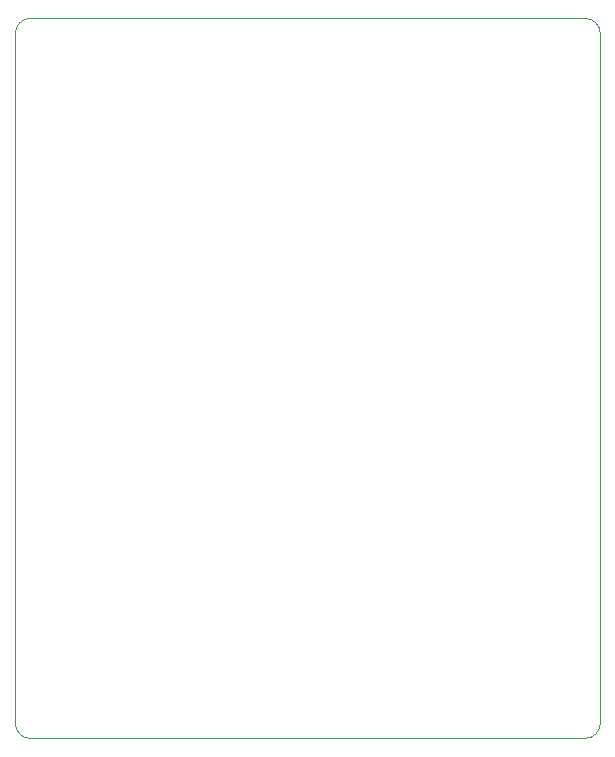
<source format=gm1>
G04 #@! TF.FileFunction,Profile,NP*
%FSLAX46Y46*%
G04 Gerber Fmt 4.6, Leading zero omitted, Abs format (unit mm)*
G04 Created by KiCad (PCBNEW 4.0.6) date 08/10/17 19:56:54*
%MOMM*%
%LPD*%
G01*
G04 APERTURE LIST*
%ADD10C,0.100000*%
G04 APERTURE END LIST*
D10*
X118110000Y-59690000D02*
G75*
G03X116840000Y-60960000I0J-1270000D01*
G01*
X116840000Y-119380000D02*
G75*
G03X118110000Y-120650000I1270000J0D01*
G01*
X165100000Y-120650000D02*
G75*
G03X166370000Y-119380000I0J1270000D01*
G01*
X166370000Y-60960000D02*
G75*
G03X165100000Y-59690000I-1270000J0D01*
G01*
X165100000Y-120650000D02*
X118110000Y-120650000D01*
X166370000Y-60960000D02*
X166370000Y-119380000D01*
X118110000Y-59690000D02*
X165100000Y-59690000D01*
X116840000Y-60960000D02*
X116840000Y-119380000D01*
M02*

</source>
